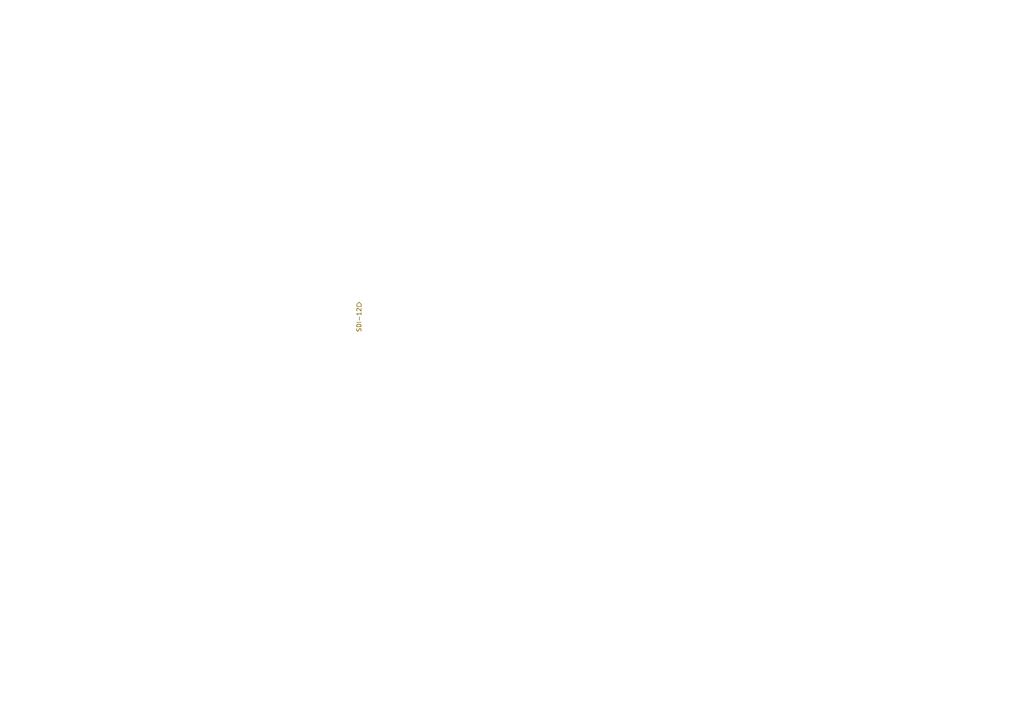
<source format=kicad_sch>
(kicad_sch (version 20230121) (generator eeschema)
  (paper "A4")
  (lib_symbols)
  (hierarchical_label "SDI-12" (shape input) (at 104.14 87.63 270))
)
</source>
